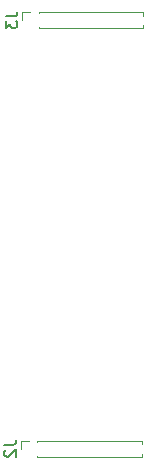
<source format=gbr>
%TF.GenerationSoftware,KiCad,Pcbnew,8.0.3*%
%TF.CreationDate,2024-10-14T16:47:46+01:00*%
%TF.ProjectId,nPM1300 kicad design,6e504d31-3330-4302-906b-696361642064,rev?*%
%TF.SameCoordinates,Original*%
%TF.FileFunction,Legend,Bot*%
%TF.FilePolarity,Positive*%
%FSLAX46Y46*%
G04 Gerber Fmt 4.6, Leading zero omitted, Abs format (unit mm)*
G04 Created by KiCad (PCBNEW 8.0.3) date 2024-10-14 16:47:46*
%MOMM*%
%LPD*%
G01*
G04 APERTURE LIST*
%ADD10C,0.150000*%
%ADD11C,0.120000*%
G04 APERTURE END LIST*
D10*
X118694819Y-87266666D02*
X119409104Y-87266666D01*
X119409104Y-87266666D02*
X119551961Y-87219047D01*
X119551961Y-87219047D02*
X119647200Y-87123809D01*
X119647200Y-87123809D02*
X119694819Y-86980952D01*
X119694819Y-86980952D02*
X119694819Y-86885714D01*
X118790057Y-87695238D02*
X118742438Y-87742857D01*
X118742438Y-87742857D02*
X118694819Y-87838095D01*
X118694819Y-87838095D02*
X118694819Y-88076190D01*
X118694819Y-88076190D02*
X118742438Y-88171428D01*
X118742438Y-88171428D02*
X118790057Y-88219047D01*
X118790057Y-88219047D02*
X118885295Y-88266666D01*
X118885295Y-88266666D02*
X118980533Y-88266666D01*
X118980533Y-88266666D02*
X119123390Y-88219047D01*
X119123390Y-88219047D02*
X119694819Y-87647619D01*
X119694819Y-87647619D02*
X119694819Y-88266666D01*
X118794819Y-50966666D02*
X119509104Y-50966666D01*
X119509104Y-50966666D02*
X119651961Y-50919047D01*
X119651961Y-50919047D02*
X119747200Y-50823809D01*
X119747200Y-50823809D02*
X119794819Y-50680952D01*
X119794819Y-50680952D02*
X119794819Y-50585714D01*
X118794819Y-51347619D02*
X118794819Y-51966666D01*
X118794819Y-51966666D02*
X119175771Y-51633333D01*
X119175771Y-51633333D02*
X119175771Y-51776190D01*
X119175771Y-51776190D02*
X119223390Y-51871428D01*
X119223390Y-51871428D02*
X119271009Y-51919047D01*
X119271009Y-51919047D02*
X119366247Y-51966666D01*
X119366247Y-51966666D02*
X119604342Y-51966666D01*
X119604342Y-51966666D02*
X119699580Y-51919047D01*
X119699580Y-51919047D02*
X119747200Y-51871428D01*
X119747200Y-51871428D02*
X119794819Y-51776190D01*
X119794819Y-51776190D02*
X119794819Y-51490476D01*
X119794819Y-51490476D02*
X119747200Y-51395238D01*
X119747200Y-51395238D02*
X119699580Y-51347619D01*
D11*
%TO.C,J2*%
X120115000Y-86905000D02*
X120800000Y-86905000D01*
X120115000Y-87600000D02*
X120115000Y-86905000D01*
X121485000Y-86991724D02*
X121485000Y-86905000D01*
X121485000Y-88295000D02*
X121485000Y-88208276D01*
X130360000Y-86905000D02*
X121485000Y-86905000D01*
X130360000Y-87205507D02*
X130360000Y-86905000D01*
X130360000Y-88295000D02*
X121485000Y-88295000D01*
X130360000Y-88295000D02*
X130360000Y-87994493D01*
%TO.C,J3*%
X120215000Y-50605000D02*
X120900000Y-50605000D01*
X120215000Y-51300000D02*
X120215000Y-50605000D01*
X121585000Y-50691724D02*
X121585000Y-50605000D01*
X121585000Y-51995000D02*
X121585000Y-51908276D01*
X130460000Y-50605000D02*
X121585000Y-50605000D01*
X130460000Y-50905507D02*
X130460000Y-50605000D01*
X130460000Y-51995000D02*
X121585000Y-51995000D01*
X130460000Y-51995000D02*
X130460000Y-51694493D01*
%TD*%
M02*

</source>
